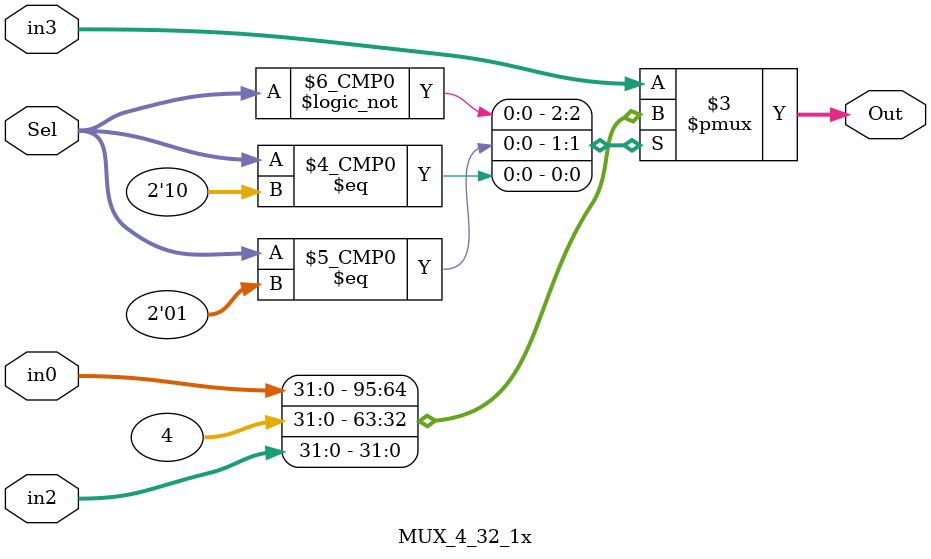
<source format=v>

module MUX_3_32(in0,in1,in2,Sel,Out);

input [31:0] in0,in1,in2;
input [1:0] Sel;
output reg[31:0] Out;

always@(in0,in1,in2,Sel)
case (Sel)
	0: Out<=in0;
	1: Out<=in1;
	2: Out<=in2;
	default: Out<=in0;
endcase

endmodule

module MUX_4_32_1x(in0,in2,in3,Sel,Out);

input [31:0] in0,in2,in3;
input [1:0] Sel;
output reg[31:0] Out;

always@(in0,in2,in3,Sel)
case (Sel)
	0: Out<=in0;
	1: Out<=4;
	2: Out<=in2;
	default: Out<=in3;
endcase

endmodule

</source>
